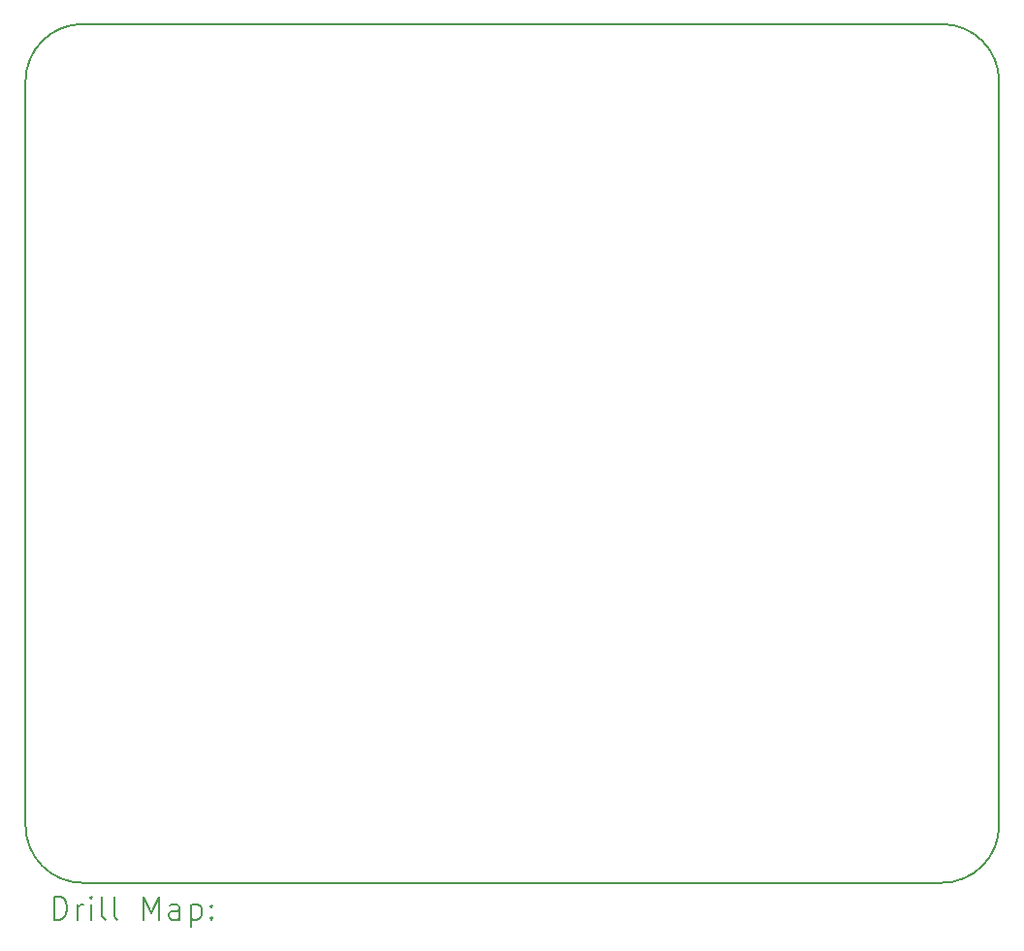
<source format=gbr>
%TF.GenerationSoftware,KiCad,Pcbnew,7.0.6*%
%TF.CreationDate,2023-10-07T14:34:13+02:00*%
%TF.ProjectId,TPA3116 amplifier,54504133-3131-4362-9061-6d706c696669,rev?*%
%TF.SameCoordinates,Original*%
%TF.FileFunction,Drillmap*%
%TF.FilePolarity,Positive*%
%FSLAX45Y45*%
G04 Gerber Fmt 4.5, Leading zero omitted, Abs format (unit mm)*
G04 Created by KiCad (PCBNEW 7.0.6) date 2023-10-07 14:34:13*
%MOMM*%
%LPD*%
G01*
G04 APERTURE LIST*
%ADD10C,0.200000*%
G04 APERTURE END LIST*
D10*
X10000000Y-5500000D02*
X10000000Y-12000000D01*
X10500000Y-5000000D02*
G75*
G03*
X10000000Y-5500000I0J-500000D01*
G01*
X18000000Y-5000000D02*
X10500000Y-5000000D01*
X18500000Y-12000000D02*
X18500000Y-5500000D01*
X18500000Y-5500000D02*
G75*
G03*
X18000000Y-5000000I-500000J0D01*
G01*
X10500000Y-12500000D02*
X18000000Y-12500000D01*
X10000000Y-12000000D02*
G75*
G03*
X10500000Y-12500000I500000J0D01*
G01*
X18000000Y-12500000D02*
G75*
G03*
X18500000Y-12000000I0J500000D01*
G01*
X10250777Y-12821484D02*
X10250777Y-12621484D01*
X10250777Y-12621484D02*
X10298396Y-12621484D01*
X10298396Y-12621484D02*
X10326967Y-12631008D01*
X10326967Y-12631008D02*
X10346015Y-12650055D01*
X10346015Y-12650055D02*
X10355539Y-12669103D01*
X10355539Y-12669103D02*
X10365063Y-12707198D01*
X10365063Y-12707198D02*
X10365063Y-12735769D01*
X10365063Y-12735769D02*
X10355539Y-12773865D01*
X10355539Y-12773865D02*
X10346015Y-12792912D01*
X10346015Y-12792912D02*
X10326967Y-12811960D01*
X10326967Y-12811960D02*
X10298396Y-12821484D01*
X10298396Y-12821484D02*
X10250777Y-12821484D01*
X10450777Y-12821484D02*
X10450777Y-12688150D01*
X10450777Y-12726246D02*
X10460301Y-12707198D01*
X10460301Y-12707198D02*
X10469824Y-12697674D01*
X10469824Y-12697674D02*
X10488872Y-12688150D01*
X10488872Y-12688150D02*
X10507920Y-12688150D01*
X10574586Y-12821484D02*
X10574586Y-12688150D01*
X10574586Y-12621484D02*
X10565063Y-12631008D01*
X10565063Y-12631008D02*
X10574586Y-12640531D01*
X10574586Y-12640531D02*
X10584110Y-12631008D01*
X10584110Y-12631008D02*
X10574586Y-12621484D01*
X10574586Y-12621484D02*
X10574586Y-12640531D01*
X10698396Y-12821484D02*
X10679348Y-12811960D01*
X10679348Y-12811960D02*
X10669824Y-12792912D01*
X10669824Y-12792912D02*
X10669824Y-12621484D01*
X10803158Y-12821484D02*
X10784110Y-12811960D01*
X10784110Y-12811960D02*
X10774586Y-12792912D01*
X10774586Y-12792912D02*
X10774586Y-12621484D01*
X11031729Y-12821484D02*
X11031729Y-12621484D01*
X11031729Y-12621484D02*
X11098396Y-12764341D01*
X11098396Y-12764341D02*
X11165063Y-12621484D01*
X11165063Y-12621484D02*
X11165063Y-12821484D01*
X11346015Y-12821484D02*
X11346015Y-12716722D01*
X11346015Y-12716722D02*
X11336491Y-12697674D01*
X11336491Y-12697674D02*
X11317443Y-12688150D01*
X11317443Y-12688150D02*
X11279348Y-12688150D01*
X11279348Y-12688150D02*
X11260301Y-12697674D01*
X11346015Y-12811960D02*
X11326967Y-12821484D01*
X11326967Y-12821484D02*
X11279348Y-12821484D01*
X11279348Y-12821484D02*
X11260301Y-12811960D01*
X11260301Y-12811960D02*
X11250777Y-12792912D01*
X11250777Y-12792912D02*
X11250777Y-12773865D01*
X11250777Y-12773865D02*
X11260301Y-12754817D01*
X11260301Y-12754817D02*
X11279348Y-12745293D01*
X11279348Y-12745293D02*
X11326967Y-12745293D01*
X11326967Y-12745293D02*
X11346015Y-12735769D01*
X11441253Y-12688150D02*
X11441253Y-12888150D01*
X11441253Y-12697674D02*
X11460301Y-12688150D01*
X11460301Y-12688150D02*
X11498396Y-12688150D01*
X11498396Y-12688150D02*
X11517443Y-12697674D01*
X11517443Y-12697674D02*
X11526967Y-12707198D01*
X11526967Y-12707198D02*
X11536491Y-12726246D01*
X11536491Y-12726246D02*
X11536491Y-12783388D01*
X11536491Y-12783388D02*
X11526967Y-12802436D01*
X11526967Y-12802436D02*
X11517443Y-12811960D01*
X11517443Y-12811960D02*
X11498396Y-12821484D01*
X11498396Y-12821484D02*
X11460301Y-12821484D01*
X11460301Y-12821484D02*
X11441253Y-12811960D01*
X11622205Y-12802436D02*
X11631729Y-12811960D01*
X11631729Y-12811960D02*
X11622205Y-12821484D01*
X11622205Y-12821484D02*
X11612682Y-12811960D01*
X11612682Y-12811960D02*
X11622205Y-12802436D01*
X11622205Y-12802436D02*
X11622205Y-12821484D01*
X11622205Y-12697674D02*
X11631729Y-12707198D01*
X11631729Y-12707198D02*
X11622205Y-12716722D01*
X11622205Y-12716722D02*
X11612682Y-12707198D01*
X11612682Y-12707198D02*
X11622205Y-12697674D01*
X11622205Y-12697674D02*
X11622205Y-12716722D01*
M02*

</source>
